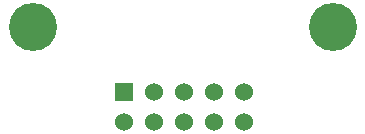
<source format=gbl>
G04 #@! TF.FileFunction,Copper,L2,Bot,Signal*
%FSLAX46Y46*%
G04 Gerber Fmt 4.6, Leading zero omitted, Abs format (unit mm)*
G04 Created by KiCad (PCBNEW 4.0.1-stable) date 4/19/2016 1:19:52 PM*
%MOMM*%
G01*
G04 APERTURE LIST*
%ADD10C,0.100000*%
%ADD11C,4.064000*%
%ADD12R,1.524000X1.524000*%
%ADD13C,1.524000*%
G04 APERTURE END LIST*
D10*
D11*
X19050000Y-20955000D03*
D12*
X26797000Y-26479500D03*
D13*
X26797000Y-29019500D03*
X29337000Y-26479500D03*
X29337000Y-29019500D03*
X31877000Y-26479500D03*
X31877000Y-29019500D03*
X34417000Y-26479500D03*
X34417000Y-29019500D03*
X36957000Y-26479500D03*
X36957000Y-29019500D03*
D11*
X44450000Y-20955000D03*
M02*

</source>
